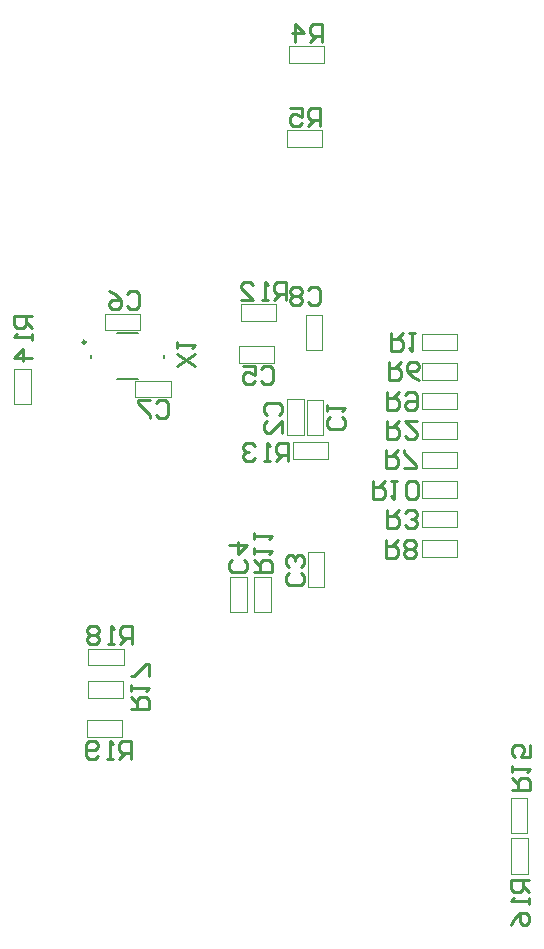
<source format=gbo>
G04 Layer_Color=32896*
%FSLAX25Y25*%
%MOIN*%
G70*
G01*
G75*
%ADD31C,0.00984*%
%ADD33C,0.01000*%
%ADD34C,0.00787*%
%ADD53C,0.00394*%
D31*
X323022Y360124D02*
G03*
X323022Y360124I-492J0D01*
G01*
D33*
X359398Y352100D02*
X353400Y356099D01*
X359398D02*
X353400Y352100D01*
Y358098D02*
Y360097D01*
Y359098D01*
X359398D01*
X358398Y358098D01*
X346401Y339798D02*
X347401Y340798D01*
X349400D01*
X350400Y339798D01*
Y335800D01*
X349400Y334800D01*
X347401D01*
X346401Y335800D01*
X344402Y340798D02*
X340403D01*
Y339798D01*
X344402Y335800D01*
Y334800D01*
X336901Y376298D02*
X337901Y377298D01*
X339900D01*
X340900Y376298D01*
Y372300D01*
X339900Y371300D01*
X337901D01*
X336901Y372300D01*
X330903Y377298D02*
X332903Y376298D01*
X334902Y374299D01*
Y372300D01*
X333902Y371300D01*
X331903D01*
X330903Y372300D01*
Y373299D01*
X331903Y374299D01*
X334902D01*
X424894Y363036D02*
Y357038D01*
X427893D01*
X428892Y358038D01*
Y360037D01*
X427893Y361037D01*
X424894D01*
X426893D02*
X428892Y363036D01*
X430892D02*
X432891D01*
X431891D01*
Y357038D01*
X430892Y358038D01*
X423994Y353594D02*
Y347596D01*
X426993D01*
X427992Y348595D01*
Y350595D01*
X426993Y351594D01*
X423994D01*
X425993D02*
X427992Y353594D01*
X433990Y347596D02*
X431991Y348595D01*
X429992Y350595D01*
Y352594D01*
X430991Y353594D01*
X432991D01*
X433990Y352594D01*
Y351594D01*
X432991Y350595D01*
X429992D01*
X423394Y343451D02*
Y337453D01*
X426393D01*
X427392Y338453D01*
Y340452D01*
X426393Y341452D01*
X423394D01*
X425393D02*
X427392Y343451D01*
X429392Y342452D02*
X430392Y343451D01*
X432391D01*
X433391Y342452D01*
Y338453D01*
X432391Y337453D01*
X430392D01*
X429392Y338453D01*
Y339452D01*
X430392Y340452D01*
X433391D01*
X422994Y324266D02*
Y318268D01*
X425993D01*
X426992Y319268D01*
Y321267D01*
X425993Y322267D01*
X422994D01*
X424993D02*
X426992Y324266D01*
X428992Y318268D02*
X432990D01*
Y319268D01*
X428992Y323267D01*
Y324266D01*
X423394Y333709D02*
Y327711D01*
X426393D01*
X427392Y328710D01*
Y330710D01*
X426393Y331709D01*
X423394D01*
X425393D02*
X427392Y333709D01*
X433390D02*
X429392D01*
X433390Y329710D01*
Y328710D01*
X432391Y327711D01*
X430391D01*
X429392Y328710D01*
X418694Y313824D02*
Y307826D01*
X421693D01*
X422692Y308825D01*
Y310825D01*
X421693Y311824D01*
X418694D01*
X420693D02*
X422692Y313824D01*
X424692D02*
X426691D01*
X425691D01*
Y307826D01*
X424692Y308825D01*
X429690D02*
X430690Y307826D01*
X432689D01*
X433689Y308825D01*
Y312824D01*
X432689Y313824D01*
X430690D01*
X429690Y312824D01*
Y308825D01*
X423194Y294339D02*
Y288340D01*
X426193D01*
X427192Y289340D01*
Y291340D01*
X426193Y292339D01*
X423194D01*
X425193D02*
X427192Y294339D01*
X429192Y289340D02*
X430191Y288340D01*
X432191D01*
X433190Y289340D01*
Y290340D01*
X432191Y291340D01*
X433190Y292339D01*
Y293339D01*
X432191Y294339D01*
X430191D01*
X429192Y293339D01*
Y292339D01*
X430191Y291340D01*
X429192Y290340D01*
Y289340D01*
X430191Y291340D02*
X432191D01*
X423594Y304281D02*
Y298283D01*
X426593D01*
X427592Y299283D01*
Y301282D01*
X426593Y302282D01*
X423594D01*
X425593D02*
X427592Y304281D01*
X429592Y299283D02*
X430591Y298283D01*
X432591D01*
X433590Y299283D01*
Y300282D01*
X432591Y301282D01*
X431591D01*
X432591D01*
X433590Y302282D01*
Y303281D01*
X432591Y304281D01*
X430591D01*
X429592Y303281D01*
X401900Y460300D02*
Y466298D01*
X398901D01*
X397901Y465298D01*
Y463299D01*
X398901Y462299D01*
X401900D01*
X399901D02*
X397901Y460300D01*
X392903D02*
Y466298D01*
X395902Y463299D01*
X391903D01*
X401000Y432300D02*
Y438298D01*
X398001D01*
X397001Y437298D01*
Y435299D01*
X398001Y434299D01*
X401000D01*
X399001D02*
X397001Y432300D01*
X391003Y438298D02*
X395002D01*
Y435299D01*
X393003Y436299D01*
X392003D01*
X391003Y435299D01*
Y433300D01*
X392003Y432300D01*
X394002D01*
X395002Y433300D01*
X379100Y283500D02*
X385098D01*
Y286499D01*
X384098Y287499D01*
X382099D01*
X381099Y286499D01*
Y283500D01*
Y285499D02*
X379100Y287499D01*
Y289498D02*
Y291497D01*
Y290498D01*
X385098D01*
X384098Y289498D01*
X379100Y294496D02*
Y296496D01*
Y295496D01*
X385098D01*
X384098Y294496D01*
X389950Y374296D02*
Y380294D01*
X386951D01*
X385951Y379295D01*
Y377295D01*
X386951Y376296D01*
X389950D01*
X387951D02*
X385951Y374296D01*
X383952D02*
X381953D01*
X382952D01*
Y380294D01*
X383952Y379295D01*
X374955Y374296D02*
X378954D01*
X374955Y378295D01*
Y379295D01*
X375955Y380294D01*
X377954D01*
X378954Y379295D01*
X408498Y335099D02*
X409498Y334099D01*
Y332100D01*
X408498Y331100D01*
X404500D01*
X403500Y332100D01*
Y334099D01*
X404500Y335099D01*
X403500Y337098D02*
Y339097D01*
Y338098D01*
X409498D01*
X408498Y337098D01*
X383602Y336001D02*
X382602Y337001D01*
Y339000D01*
X383602Y340000D01*
X387600D01*
X388600Y339000D01*
Y337001D01*
X387600Y336001D01*
X388600Y330003D02*
Y334002D01*
X384601Y330003D01*
X383602D01*
X382602Y331003D01*
Y333002D01*
X383602Y334002D01*
X394762Y283133D02*
X395762Y282133D01*
Y280134D01*
X394762Y279134D01*
X390763D01*
X389764Y280134D01*
Y282133D01*
X390763Y283133D01*
X394762Y285132D02*
X395762Y286132D01*
Y288131D01*
X394762Y289131D01*
X393762D01*
X392763Y288131D01*
Y287131D01*
Y288131D01*
X391763Y289131D01*
X390763D01*
X389764Y288131D01*
Y286132D01*
X390763Y285132D01*
X375698Y287499D02*
X376698Y286499D01*
Y284500D01*
X375698Y283500D01*
X371700D01*
X370700Y284500D01*
Y286499D01*
X371700Y287499D01*
X370700Y292497D02*
X376698D01*
X373699Y289498D01*
Y293497D01*
X381601Y351098D02*
X382601Y352098D01*
X384600D01*
X385600Y351098D01*
Y347100D01*
X384600Y346100D01*
X382601D01*
X381601Y347100D01*
X375603Y352098D02*
X379602D01*
Y349099D01*
X377603Y350099D01*
X376603D01*
X375603Y349099D01*
Y347100D01*
X376603Y346100D01*
X378602D01*
X379602Y347100D01*
X390600Y320600D02*
Y326598D01*
X387601D01*
X386601Y325598D01*
Y323599D01*
X387601Y322599D01*
X390600D01*
X388601D02*
X386601Y320600D01*
X384602D02*
X382603D01*
X383602D01*
Y326598D01*
X384602Y325598D01*
X379604D02*
X378604Y326598D01*
X376605D01*
X375605Y325598D01*
Y324599D01*
X376605Y323599D01*
X377604D01*
X376605D01*
X375605Y322599D01*
Y321600D01*
X376605Y320600D01*
X378604D01*
X379604Y321600D01*
X305300Y368900D02*
X299302D01*
Y365901D01*
X300302Y364901D01*
X302301D01*
X303301Y365901D01*
Y368900D01*
Y366901D02*
X305300Y364901D01*
Y362902D02*
Y360903D01*
Y361902D01*
X299302D01*
X300302Y362902D01*
X305300Y354905D02*
X299302D01*
X302301Y357904D01*
Y353905D01*
X465200Y210900D02*
X471198D01*
Y213899D01*
X470198Y214899D01*
X468199D01*
X467199Y213899D01*
Y210900D01*
Y212899D02*
X465200Y214899D01*
Y216898D02*
Y218897D01*
Y217898D01*
X471198D01*
X470198Y216898D01*
X471198Y225895D02*
Y221896D01*
X468199D01*
X469199Y223896D01*
Y224896D01*
X468199Y225895D01*
X466200D01*
X465200Y224896D01*
Y222896D01*
X466200Y221896D01*
X470800Y180900D02*
X464802D01*
Y177901D01*
X465802Y176901D01*
X467801D01*
X468801Y177901D01*
Y180900D01*
Y178901D02*
X470800Y176901D01*
Y174902D02*
Y172903D01*
Y173902D01*
X464802D01*
X465802Y174902D01*
X464802Y165905D02*
X465802Y167904D01*
X467801Y169904D01*
X469800D01*
X470800Y168904D01*
Y166904D01*
X469800Y165905D01*
X468801D01*
X467801Y166904D01*
Y169904D01*
X338100Y237800D02*
X344098D01*
Y240799D01*
X343098Y241799D01*
X341099D01*
X340099Y240799D01*
Y237800D01*
Y239799D02*
X338100Y241799D01*
Y243798D02*
Y245797D01*
Y244798D01*
X344098D01*
X343098Y243798D01*
X344098Y248796D02*
Y252795D01*
X343098D01*
X339100Y248796D01*
X338100D01*
X338400Y259700D02*
Y265698D01*
X335401D01*
X334401Y264698D01*
Y262699D01*
X335401Y261699D01*
X338400D01*
X336401D02*
X334401Y259700D01*
X332402D02*
X330403D01*
X331402D01*
Y265698D01*
X332402Y264698D01*
X327404D02*
X326404Y265698D01*
X324405D01*
X323405Y264698D01*
Y263699D01*
X324405Y262699D01*
X323405Y261699D01*
Y260700D01*
X324405Y259700D01*
X326404D01*
X327404Y260700D01*
Y261699D01*
X326404Y262699D01*
X327404Y263699D01*
Y264698D01*
X326404Y262699D02*
X324405D01*
X338200Y221200D02*
Y227198D01*
X335201D01*
X334201Y226198D01*
Y224199D01*
X335201Y223199D01*
X338200D01*
X336201D02*
X334201Y221200D01*
X332202D02*
X330203D01*
X331202D01*
Y227198D01*
X332202Y226198D01*
X327204Y222200D02*
X326204Y221200D01*
X324204D01*
X323205Y222200D01*
Y226198D01*
X324204Y227198D01*
X326204D01*
X327204Y226198D01*
Y225199D01*
X326204Y224199D01*
X323205D01*
X397164Y377534D02*
X398164Y378534D01*
X400163D01*
X401163Y377534D01*
Y373535D01*
X400163Y372536D01*
X398164D01*
X397164Y373535D01*
X395164Y377534D02*
X394165Y378534D01*
X392165D01*
X391166Y377534D01*
Y376535D01*
X392165Y375535D01*
X391166Y374535D01*
Y373535D01*
X392165Y372536D01*
X394165D01*
X395164Y373535D01*
Y374535D01*
X394165Y375535D01*
X395164Y376535D01*
Y377534D01*
X394165Y375535D02*
X392165D01*
D34*
X333345Y347723D02*
X340455D01*
X333345Y363077D02*
X340455D01*
X349105Y355006D02*
Y355794D01*
X324695Y355006D02*
Y355794D01*
D53*
X329394Y364144D02*
X341206D01*
X329394Y369656D02*
X341206D01*
X329394Y364144D02*
Y369656D01*
X341206Y364144D02*
Y369656D01*
X339594Y341744D02*
X351406D01*
X339594Y347256D02*
X351406D01*
X339594Y341744D02*
Y347256D01*
X351406Y341744D02*
Y347256D01*
X435039Y313780D02*
X446850D01*
X435039Y308268D02*
X446850D01*
Y313780D01*
X435039Y308268D02*
Y313780D01*
Y353150D02*
X446850D01*
X435039Y347638D02*
X446850D01*
Y353150D01*
X435039Y347638D02*
Y353150D01*
Y362992D02*
X446850D01*
X435039Y357480D02*
X446850D01*
Y362992D01*
X435039Y357480D02*
Y362992D01*
Y323622D02*
X446850D01*
X435039Y318110D02*
X446850D01*
Y323622D01*
X435039Y318110D02*
Y323622D01*
Y333465D02*
X446850D01*
X435039Y327953D02*
X446850D01*
Y333465D01*
X435039Y327953D02*
Y333465D01*
Y343307D02*
X446850D01*
X435039Y337795D02*
X446850D01*
Y343307D01*
X435039Y337795D02*
Y343307D01*
Y294095D02*
X446850D01*
X435039Y288583D02*
X446850D01*
Y294095D01*
X435039Y288583D02*
Y294095D01*
Y303937D02*
X446850D01*
X435039Y298425D02*
X446850D01*
Y303937D01*
X435039Y298425D02*
Y303937D01*
X299244Y339441D02*
X304756D01*
X299244Y351252D02*
X304756D01*
Y339441D02*
Y351252D01*
X299244Y339441D02*
Y351252D01*
X390748Y453244D02*
Y458756D01*
X402559Y453244D02*
Y458756D01*
X390748Y453244D02*
X402559D01*
X390748Y458756D02*
X402559D01*
X401906Y425244D02*
Y430756D01*
X390094Y425244D02*
Y430756D01*
X401906D01*
X390094Y425244D02*
X401906D01*
X386559Y367244D02*
Y372756D01*
X374748Y367244D02*
Y372756D01*
X386559D01*
X374748Y367244D02*
X386559D01*
X379244Y281906D02*
X384756D01*
X379244Y270094D02*
X384756D01*
X379244D02*
Y281906D01*
X384756Y270094D02*
Y281906D01*
X385906Y353244D02*
Y358756D01*
X374094Y353244D02*
Y358756D01*
X385906D01*
X374094Y353244D02*
X385906D01*
X371244Y270094D02*
X376756D01*
X371244Y281906D02*
X376756D01*
Y270094D02*
Y281906D01*
X371244Y270094D02*
Y281906D01*
X397044Y278394D02*
X402556D01*
X397044Y290206D02*
X402556D01*
Y278394D02*
Y290206D01*
X397044Y278394D02*
Y290206D01*
X403906Y321244D02*
Y326756D01*
X392094Y321244D02*
Y326756D01*
X403906D01*
X392094Y321244D02*
X403906D01*
X396644Y329194D02*
X402156D01*
X396644Y341006D02*
X402156D01*
Y329194D02*
Y341006D01*
X396644Y329194D02*
Y341006D01*
X390244Y329294D02*
X395756D01*
X390244Y341106D02*
X395756D01*
Y329294D02*
Y341106D01*
X390244Y329294D02*
Y341106D01*
X464844Y182894D02*
X470356D01*
X464844Y194706D02*
X470356D01*
Y182894D02*
Y194706D01*
X464844Y182894D02*
Y194706D01*
X464644Y196394D02*
X470156D01*
X464644Y208206D02*
X470156D01*
Y196394D02*
Y208206D01*
X464644Y196394D02*
Y208206D01*
X323894Y252444D02*
Y257956D01*
X335706Y252444D02*
Y257956D01*
X323894Y252444D02*
X335706D01*
X323894Y257956D02*
X335706D01*
X335306Y228544D02*
Y234056D01*
X323494Y228544D02*
Y234056D01*
X335306D01*
X323494Y228544D02*
X335306D01*
X323694Y241644D02*
Y247156D01*
X335506Y241644D02*
Y247156D01*
X323694Y241644D02*
X335506D01*
X323694Y247156D02*
X335506D01*
X396457Y357480D02*
X401969D01*
X396457Y369291D02*
X401969D01*
Y357480D02*
Y369291D01*
X396457Y357480D02*
Y369291D01*
M02*

</source>
